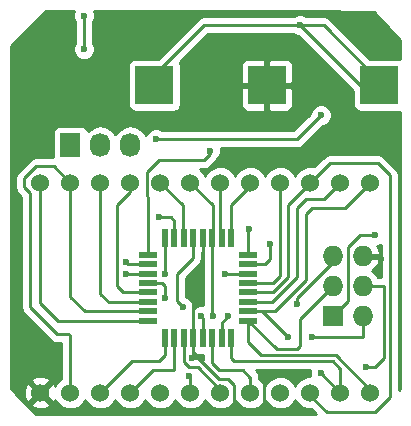
<source format=gbl>
G04 #@! TF.FileFunction,Copper,L2,Bot,Signal*
%FSLAX46Y46*%
G04 Gerber Fmt 4.6, Leading zero omitted, Abs format (unit mm)*
G04 Created by KiCad (PCBNEW 4.0.1-3.201512221402+6198~38~ubuntu14.04.1-stable) date Sun 07 Feb 2016 23:01:24 GMT*
%MOMM*%
G01*
G04 APERTURE LIST*
%ADD10C,0.100000*%
%ADD11R,0.550000X1.600000*%
%ADD12R,1.600000X0.550000*%
%ADD13R,1.727200X2.032000*%
%ADD14O,1.727200X2.032000*%
%ADD15C,1.524000*%
%ADD16R,3.200000X3.200000*%
%ADD17R,1.727200X1.727200*%
%ADD18O,1.727200X1.727200*%
%ADD19C,0.600000*%
%ADD20C,0.250000*%
%ADD21C,0.254000*%
G04 APERTURE END LIST*
D10*
D11*
X172460000Y-129735000D03*
X173260000Y-129735000D03*
X174060000Y-129735000D03*
X174860000Y-129735000D03*
X175660000Y-129735000D03*
X176460000Y-129735000D03*
X177260000Y-129735000D03*
X178060000Y-129735000D03*
D12*
X179510000Y-131185000D03*
X179510000Y-131985000D03*
X179510000Y-132785000D03*
X179510000Y-133585000D03*
X179510000Y-134385000D03*
X179510000Y-135185000D03*
X179510000Y-135985000D03*
X179510000Y-136785000D03*
D11*
X178060000Y-138235000D03*
X177260000Y-138235000D03*
X176460000Y-138235000D03*
X175660000Y-138235000D03*
X174860000Y-138235000D03*
X174060000Y-138235000D03*
X173260000Y-138235000D03*
X172460000Y-138235000D03*
D12*
X171010000Y-136785000D03*
X171010000Y-135985000D03*
X171010000Y-135185000D03*
X171010000Y-134385000D03*
X171010000Y-133585000D03*
X171010000Y-132785000D03*
X171010000Y-131985000D03*
X171010000Y-131185000D03*
D13*
X164465000Y-121920000D03*
D14*
X167005000Y-121920000D03*
X169545000Y-121920000D03*
D15*
X164465000Y-125095000D03*
X161925000Y-125095000D03*
X167005000Y-125095000D03*
X174625000Y-125095000D03*
X169545000Y-125095000D03*
X172085000Y-125095000D03*
X187325000Y-125095000D03*
X184785000Y-125095000D03*
X189865000Y-125095000D03*
X182245000Y-125095000D03*
X177165000Y-125095000D03*
X179705000Y-125095000D03*
X179705000Y-142875000D03*
X177165000Y-142875000D03*
X182245000Y-142875000D03*
X189865000Y-142875000D03*
X184785000Y-142875000D03*
X187325000Y-142875000D03*
X172085000Y-142875000D03*
X169545000Y-142875000D03*
X174625000Y-142875000D03*
X167005000Y-142875000D03*
X161925000Y-142875000D03*
X164465000Y-142875000D03*
D16*
X190627000Y-116840000D03*
X171577000Y-116840000D03*
X181102000Y-116840000D03*
D17*
X186690000Y-136398000D03*
D18*
X189230000Y-136398000D03*
X186690000Y-133858000D03*
X189230000Y-133858000D03*
X186690000Y-131318000D03*
X189230000Y-131318000D03*
D19*
X172466000Y-132842000D03*
X171958000Y-128016000D03*
X177800000Y-136398000D03*
X173990000Y-135636000D03*
X190246000Y-129540000D03*
X190754000Y-131572000D03*
X180848000Y-141224000D03*
X161798000Y-139954000D03*
X174752000Y-139954000D03*
X174498000Y-141478000D03*
X176530000Y-136398000D03*
X179578000Y-129032000D03*
X181356000Y-130302000D03*
X171704000Y-121412000D03*
X185674000Y-119380000D03*
X177546000Y-132842000D03*
X182880000Y-138176000D03*
X184912000Y-138176000D03*
X185674000Y-141224000D03*
X189484000Y-140716000D03*
X175514000Y-136398000D03*
X165608000Y-110998000D03*
X165608000Y-113792000D03*
X183642000Y-135382000D03*
X172466000Y-134874000D03*
X169164000Y-132842000D03*
X169164000Y-131826000D03*
X176276000Y-122428000D03*
X183896000Y-111760000D03*
D20*
X172466000Y-132842000D02*
X172460000Y-132836000D01*
X172460000Y-132836000D02*
X172460000Y-129735000D01*
X173260000Y-128302000D02*
X173260000Y-129735000D01*
X172974000Y-128016000D02*
X173260000Y-128302000D01*
X171958000Y-128016000D02*
X172974000Y-128016000D01*
X172085000Y-125095000D02*
X173990000Y-127000000D01*
X173990000Y-127000000D02*
X173990000Y-129665000D01*
X173990000Y-129665000D02*
X174060000Y-129735000D01*
X177260000Y-136938000D02*
X177800000Y-136398000D01*
X177260000Y-138235000D02*
X177260000Y-136938000D01*
X174860000Y-131464000D02*
X174860000Y-129735000D01*
X173482000Y-132842000D02*
X174860000Y-131464000D01*
X173482000Y-135128000D02*
X173482000Y-132842000D01*
X173990000Y-135636000D02*
X173482000Y-135128000D01*
X186690000Y-136398000D02*
X187960000Y-135128000D01*
X188976000Y-129540000D02*
X190246000Y-129540000D01*
X187960000Y-130556000D02*
X188976000Y-129540000D01*
X187960000Y-135128000D02*
X187960000Y-130556000D01*
X174860000Y-138235000D02*
X174860000Y-139554000D01*
X190500000Y-131318000D02*
X189230000Y-131318000D01*
X190754000Y-131572000D02*
X190500000Y-131318000D01*
X180848000Y-143764000D02*
X180848000Y-141224000D01*
X180340000Y-144272000D02*
X180848000Y-143764000D01*
X179070000Y-144272000D02*
X180340000Y-144272000D01*
X178308000Y-143510000D02*
X179070000Y-144272000D01*
X178308000Y-142240000D02*
X178308000Y-143510000D01*
X177800000Y-141732000D02*
X178308000Y-142240000D01*
X177038000Y-141732000D02*
X177800000Y-141732000D01*
X174860000Y-139554000D02*
X177038000Y-141732000D01*
X174860000Y-138235000D02*
X174860000Y-139846000D01*
X174860000Y-139846000D02*
X174752000Y-139954000D01*
X174860000Y-138235000D02*
X174860000Y-133750000D01*
X175660000Y-132950000D02*
X175660000Y-129735000D01*
X174860000Y-133750000D02*
X175660000Y-132950000D01*
X176460000Y-129735000D02*
X176460000Y-136328000D01*
X174625000Y-141605000D02*
X174625000Y-142875000D01*
X174498000Y-141478000D02*
X174625000Y-141605000D01*
X176460000Y-136328000D02*
X176530000Y-136398000D01*
X174625000Y-125095000D02*
X176530000Y-127000000D01*
X176530000Y-127000000D02*
X176530000Y-129665000D01*
X176530000Y-129665000D02*
X176460000Y-129735000D01*
X177165000Y-125095000D02*
X177165000Y-129640000D01*
X177165000Y-129640000D02*
X177260000Y-129735000D01*
X179705000Y-125095000D02*
X179705000Y-125349000D01*
X179705000Y-125349000D02*
X178060000Y-126994000D01*
X178060000Y-126994000D02*
X178060000Y-129735000D01*
X179510000Y-129100000D02*
X179510000Y-131185000D01*
X179578000Y-129032000D02*
X179510000Y-129100000D01*
X180943000Y-131985000D02*
X179510000Y-131985000D01*
X181356000Y-131572000D02*
X180943000Y-131985000D01*
X181356000Y-130302000D02*
X181356000Y-131572000D01*
X183642000Y-121412000D02*
X171704000Y-121412000D01*
X185674000Y-119380000D02*
X183642000Y-121412000D01*
X177603000Y-132785000D02*
X179510000Y-132785000D01*
X177546000Y-132842000D02*
X177603000Y-132785000D01*
X182245000Y-125095000D02*
X182245000Y-132969000D01*
X181629000Y-133585000D02*
X179510000Y-133585000D01*
X182245000Y-132969000D02*
X181629000Y-133585000D01*
X179510000Y-134385000D02*
X181591000Y-134385000D01*
X182880000Y-127000000D02*
X184785000Y-125095000D01*
X182880000Y-133096000D02*
X182880000Y-127000000D01*
X181591000Y-134385000D02*
X182880000Y-133096000D01*
X184785000Y-142875000D02*
X184785000Y-143129000D01*
X184785000Y-143129000D02*
X186182000Y-144526000D01*
X186182000Y-144526000D02*
X190246000Y-144526000D01*
X190246000Y-144526000D02*
X191516000Y-143256000D01*
X191516000Y-143256000D02*
X191516000Y-124460000D01*
X191516000Y-124460000D02*
X190500000Y-123444000D01*
X190500000Y-123444000D02*
X186436000Y-123444000D01*
X186436000Y-123444000D02*
X184785000Y-125095000D01*
X179510000Y-135185000D02*
X181553000Y-135185000D01*
X185928000Y-126492000D02*
X187325000Y-125095000D01*
X184404000Y-126492000D02*
X185928000Y-126492000D01*
X183642000Y-127254000D02*
X184404000Y-126492000D01*
X183642000Y-133096000D02*
X183642000Y-127254000D01*
X181553000Y-135185000D02*
X183642000Y-133096000D01*
X189230000Y-136398000D02*
X189230000Y-138176000D01*
X180689000Y-135985000D02*
X179510000Y-135985000D01*
X182880000Y-138176000D02*
X180689000Y-135985000D01*
X189230000Y-138176000D02*
X184912000Y-138176000D01*
X179510000Y-135985000D02*
X181769000Y-135985000D01*
X187706000Y-127254000D02*
X189865000Y-125095000D01*
X184912000Y-127254000D02*
X187706000Y-127254000D01*
X184404000Y-127762000D02*
X184912000Y-127254000D01*
X184404000Y-133350000D02*
X184404000Y-127762000D01*
X181769000Y-135985000D02*
X184404000Y-133350000D01*
X186690000Y-133858000D02*
X183896000Y-136652000D01*
X181917000Y-139192000D02*
X179510000Y-136785000D01*
X183642000Y-139192000D02*
X181917000Y-139192000D01*
X183896000Y-138938000D02*
X183642000Y-139192000D01*
X183896000Y-136652000D02*
X183896000Y-138938000D01*
X189865000Y-142875000D02*
X189865000Y-142621000D01*
X189865000Y-142621000D02*
X186944000Y-139700000D01*
X186944000Y-139700000D02*
X180594000Y-139700000D01*
X180594000Y-139700000D02*
X179510000Y-138616000D01*
X179510000Y-138616000D02*
X179510000Y-136785000D01*
X189230000Y-133858000D02*
X191008000Y-133858000D01*
X185674000Y-141224000D02*
X187325000Y-142875000D01*
X190246000Y-140716000D02*
X189484000Y-140716000D01*
X191008000Y-139954000D02*
X190246000Y-140716000D01*
X191008000Y-133858000D02*
X191008000Y-139954000D01*
X187325000Y-142875000D02*
X187325000Y-140843000D01*
X178060000Y-139960000D02*
X178060000Y-138235000D01*
X178308000Y-140208000D02*
X178060000Y-139960000D01*
X186690000Y-140208000D02*
X178308000Y-140208000D01*
X187325000Y-140843000D02*
X186690000Y-140208000D01*
X179705000Y-142875000D02*
X179705000Y-141605000D01*
X176460000Y-140392000D02*
X176460000Y-138235000D01*
X177038000Y-140970000D02*
X176460000Y-140392000D01*
X179070000Y-140970000D02*
X177038000Y-140970000D01*
X179705000Y-141605000D02*
X179070000Y-140970000D01*
X175660000Y-136544000D02*
X175660000Y-138235000D01*
X175514000Y-136398000D02*
X175660000Y-136544000D01*
X165608000Y-113792000D02*
X165608000Y-110998000D01*
X177165000Y-142875000D02*
X177165000Y-142621000D01*
X177165000Y-142621000D02*
X175260000Y-140716000D01*
X175260000Y-140716000D02*
X174498000Y-140716000D01*
X174498000Y-140716000D02*
X174060000Y-140278000D01*
X174060000Y-140278000D02*
X174060000Y-138235000D01*
X169545000Y-142875000D02*
X171450000Y-140970000D01*
X173260000Y-140938000D02*
X173260000Y-138235000D01*
X173228000Y-140970000D02*
X173260000Y-140938000D01*
X171450000Y-140970000D02*
X173228000Y-140970000D01*
X167005000Y-142875000D02*
X169164000Y-140716000D01*
X172466000Y-139700000D02*
X172466000Y-138241000D01*
X171958000Y-140208000D02*
X172466000Y-139700000D01*
X169672000Y-140208000D02*
X171958000Y-140208000D01*
X169164000Y-140716000D02*
X169672000Y-140208000D01*
X172466000Y-138241000D02*
X172460000Y-138235000D01*
X161925000Y-125095000D02*
X161925000Y-135255000D01*
X163455000Y-136785000D02*
X171010000Y-136785000D01*
X161925000Y-135255000D02*
X163455000Y-136785000D01*
X164465000Y-142875000D02*
X164465000Y-138049000D01*
X163068000Y-123698000D02*
X164465000Y-125095000D01*
X161544000Y-123698000D02*
X163068000Y-123698000D01*
X160528000Y-124714000D02*
X161544000Y-123698000D01*
X160528000Y-125476000D02*
X160528000Y-124714000D01*
X161036000Y-125984000D02*
X160528000Y-125476000D01*
X161036000Y-135636000D02*
X161036000Y-125984000D01*
X163322000Y-137922000D02*
X161036000Y-135636000D01*
X164338000Y-137922000D02*
X163322000Y-137922000D01*
X164465000Y-138049000D02*
X164338000Y-137922000D01*
X164465000Y-125095000D02*
X164465000Y-134747000D01*
X165703000Y-135985000D02*
X171010000Y-135985000D01*
X164465000Y-134747000D02*
X165703000Y-135985000D01*
X167005000Y-125095000D02*
X167005000Y-134493000D01*
X167697000Y-135185000D02*
X171010000Y-135185000D01*
X167005000Y-134493000D02*
X167697000Y-135185000D01*
X169545000Y-125095000D02*
X169545000Y-125857000D01*
X169545000Y-125857000D02*
X168402000Y-127000000D01*
X168402000Y-127000000D02*
X168402000Y-133858000D01*
X168402000Y-133858000D02*
X168929000Y-134385000D01*
X168929000Y-134385000D02*
X171010000Y-134385000D01*
X186690000Y-131318000D02*
X186690000Y-131826000D01*
X186690000Y-131826000D02*
X183642000Y-134874000D01*
X183642000Y-134874000D02*
X183642000Y-135382000D01*
X172466000Y-134874000D02*
X172466000Y-133858000D01*
X172466000Y-133858000D02*
X172193000Y-133585000D01*
X172193000Y-133585000D02*
X171010000Y-133585000D01*
X171010000Y-132785000D02*
X169221000Y-132785000D01*
X169221000Y-132785000D02*
X169164000Y-132842000D01*
X171010000Y-131985000D02*
X169323000Y-131985000D01*
X169323000Y-131985000D02*
X169164000Y-131826000D01*
X171010000Y-131185000D02*
X171010000Y-126306000D01*
X176276000Y-122682000D02*
X176276000Y-122428000D01*
X175768000Y-123190000D02*
X176276000Y-122682000D01*
X171958000Y-123190000D02*
X175768000Y-123190000D01*
X170942000Y-124206000D02*
X171958000Y-123190000D01*
X170942000Y-126238000D02*
X170942000Y-124206000D01*
X171010000Y-126306000D02*
X170942000Y-126238000D01*
X190627000Y-116840000D02*
X190627000Y-116459000D01*
X190627000Y-116459000D02*
X185928000Y-111760000D01*
X175768000Y-111760000D02*
X171577000Y-115951000D01*
X185928000Y-111760000D02*
X175768000Y-111760000D01*
X171577000Y-115951000D02*
X171577000Y-116840000D01*
X190627000Y-116840000D02*
X188976000Y-116840000D01*
X188976000Y-116840000D02*
X183896000Y-111760000D01*
X171577000Y-116840000D02*
X171577000Y-116713000D01*
D21*
G36*
X164673162Y-110811201D02*
X164672838Y-111183167D01*
X164814883Y-111526943D01*
X164848000Y-111560118D01*
X164848000Y-113229537D01*
X164815808Y-113261673D01*
X164673162Y-113605201D01*
X164672838Y-113977167D01*
X164814883Y-114320943D01*
X165077673Y-114584192D01*
X165421201Y-114726838D01*
X165793167Y-114727162D01*
X166136943Y-114585117D01*
X166400192Y-114322327D01*
X166542838Y-113978799D01*
X166543162Y-113606833D01*
X166401117Y-113263057D01*
X166368000Y-113229882D01*
X166368000Y-111560463D01*
X166400192Y-111528327D01*
X166542838Y-111184799D01*
X166543162Y-110812833D01*
X166440760Y-110565000D01*
X184577334Y-110565000D01*
X190188973Y-110616483D01*
X192330000Y-112995402D01*
X192330000Y-114613418D01*
X192227000Y-114592560D01*
X189835362Y-114592560D01*
X186465401Y-111222599D01*
X186218839Y-111057852D01*
X185928000Y-111000000D01*
X184458463Y-111000000D01*
X184426327Y-110967808D01*
X184082799Y-110825162D01*
X183710833Y-110824838D01*
X183367057Y-110966883D01*
X183333882Y-111000000D01*
X175768000Y-111000000D01*
X175477161Y-111057852D01*
X175230599Y-111222599D01*
X171860638Y-114592560D01*
X169977000Y-114592560D01*
X169741683Y-114636838D01*
X169525559Y-114775910D01*
X169380569Y-114988110D01*
X169329560Y-115240000D01*
X169329560Y-118440000D01*
X169373838Y-118675317D01*
X169512910Y-118891441D01*
X169725110Y-119036431D01*
X169977000Y-119087440D01*
X173177000Y-119087440D01*
X173412317Y-119043162D01*
X173628441Y-118904090D01*
X173773431Y-118691890D01*
X173824440Y-118440000D01*
X173824440Y-117125750D01*
X178867000Y-117125750D01*
X178867000Y-118566310D01*
X178963673Y-118799699D01*
X179142302Y-118978327D01*
X179375691Y-119075000D01*
X180816250Y-119075000D01*
X180975000Y-118916250D01*
X180975000Y-116967000D01*
X181229000Y-116967000D01*
X181229000Y-118916250D01*
X181387750Y-119075000D01*
X182828309Y-119075000D01*
X183061698Y-118978327D01*
X183240327Y-118799699D01*
X183337000Y-118566310D01*
X183337000Y-117125750D01*
X183178250Y-116967000D01*
X181229000Y-116967000D01*
X180975000Y-116967000D01*
X179025750Y-116967000D01*
X178867000Y-117125750D01*
X173824440Y-117125750D01*
X173824440Y-115240000D01*
X173800674Y-115113690D01*
X178867000Y-115113690D01*
X178867000Y-116554250D01*
X179025750Y-116713000D01*
X180975000Y-116713000D01*
X180975000Y-114763750D01*
X181229000Y-114763750D01*
X181229000Y-116713000D01*
X183178250Y-116713000D01*
X183337000Y-116554250D01*
X183337000Y-115113690D01*
X183240327Y-114880301D01*
X183061698Y-114701673D01*
X182828309Y-114605000D01*
X181387750Y-114605000D01*
X181229000Y-114763750D01*
X180975000Y-114763750D01*
X180816250Y-114605000D01*
X179375691Y-114605000D01*
X179142302Y-114701673D01*
X178963673Y-114880301D01*
X178867000Y-115113690D01*
X173800674Y-115113690D01*
X173780162Y-115004683D01*
X173708886Y-114893916D01*
X176082802Y-112520000D01*
X183333537Y-112520000D01*
X183365673Y-112552192D01*
X183709201Y-112694838D01*
X183756077Y-112694879D01*
X188379560Y-117318362D01*
X188379560Y-118440000D01*
X188423838Y-118675317D01*
X188562910Y-118891441D01*
X188775110Y-119036431D01*
X189027000Y-119087440D01*
X192227000Y-119087440D01*
X192330000Y-119068059D01*
X192330000Y-142580909D01*
X192276000Y-142634909D01*
X192276000Y-124460000D01*
X192218148Y-124169161D01*
X192053401Y-123922599D01*
X191037401Y-122906599D01*
X190790839Y-122741852D01*
X190500000Y-122684000D01*
X186436000Y-122684000D01*
X186145161Y-122741852D01*
X185898599Y-122906599D01*
X185094381Y-123710817D01*
X185064100Y-123698243D01*
X184508339Y-123697758D01*
X183994697Y-123909990D01*
X183601371Y-124302630D01*
X183515051Y-124510512D01*
X183430010Y-124304697D01*
X183037370Y-123911371D01*
X182524100Y-123698243D01*
X181968339Y-123697758D01*
X181454697Y-123909990D01*
X181061371Y-124302630D01*
X180975051Y-124510512D01*
X180890010Y-124304697D01*
X180497370Y-123911371D01*
X179984100Y-123698243D01*
X179428339Y-123697758D01*
X178914697Y-123909990D01*
X178521371Y-124302630D01*
X178435051Y-124510512D01*
X178350010Y-124304697D01*
X177957370Y-123911371D01*
X177444100Y-123698243D01*
X176888339Y-123697758D01*
X176374697Y-123909990D01*
X175981371Y-124302630D01*
X175895051Y-124510512D01*
X175810010Y-124304697D01*
X175455932Y-123950000D01*
X175768000Y-123950000D01*
X176058839Y-123892148D01*
X176305401Y-123727401D01*
X176813401Y-123219401D01*
X176826900Y-123199198D01*
X177068192Y-122958327D01*
X177210838Y-122614799D01*
X177211162Y-122242833D01*
X177181894Y-122172000D01*
X183642000Y-122172000D01*
X183932839Y-122114148D01*
X184179401Y-121949401D01*
X185813680Y-120315122D01*
X185859167Y-120315162D01*
X186202943Y-120173117D01*
X186466192Y-119910327D01*
X186608838Y-119566799D01*
X186609162Y-119194833D01*
X186467117Y-118851057D01*
X186204327Y-118587808D01*
X185860799Y-118445162D01*
X185488833Y-118444838D01*
X185145057Y-118586883D01*
X184881808Y-118849673D01*
X184739162Y-119193201D01*
X184739121Y-119240077D01*
X183327198Y-120652000D01*
X172266463Y-120652000D01*
X172234327Y-120619808D01*
X171890799Y-120477162D01*
X171518833Y-120476838D01*
X171175057Y-120618883D01*
X170911808Y-120881673D01*
X170846869Y-121038062D01*
X170604670Y-120675585D01*
X170118489Y-120350729D01*
X169545000Y-120236655D01*
X168971511Y-120350729D01*
X168485330Y-120675585D01*
X168275000Y-120990366D01*
X168064670Y-120675585D01*
X167578489Y-120350729D01*
X167005000Y-120236655D01*
X166431511Y-120350729D01*
X165945330Y-120675585D01*
X165935757Y-120689913D01*
X165931762Y-120668683D01*
X165792690Y-120452559D01*
X165580490Y-120307569D01*
X165328600Y-120256560D01*
X163601400Y-120256560D01*
X163366083Y-120300838D01*
X163149959Y-120439910D01*
X163004969Y-120652110D01*
X162953960Y-120904000D01*
X162953960Y-122936000D01*
X162954336Y-122938000D01*
X161544000Y-122938000D01*
X161253161Y-122995852D01*
X161006599Y-123160599D01*
X159990599Y-124176599D01*
X159825852Y-124423161D01*
X159768000Y-124714000D01*
X159768000Y-125476000D01*
X159825852Y-125766839D01*
X159990599Y-126013401D01*
X160276000Y-126298802D01*
X160276000Y-135636000D01*
X160333852Y-135926839D01*
X160498599Y-136173401D01*
X162784599Y-138459401D01*
X163031160Y-138624148D01*
X163322000Y-138682000D01*
X163705000Y-138682000D01*
X163705000Y-141677469D01*
X163674697Y-141689990D01*
X163281371Y-142082630D01*
X163201605Y-142274727D01*
X163147397Y-142143857D01*
X162905213Y-142074392D01*
X162104605Y-142875000D01*
X162905213Y-143675608D01*
X163147397Y-143606143D01*
X163197509Y-143465682D01*
X163279990Y-143665303D01*
X163672630Y-144058629D01*
X164185900Y-144271757D01*
X164741661Y-144272242D01*
X165255303Y-144060010D01*
X165648629Y-143667370D01*
X165734949Y-143459488D01*
X165819990Y-143665303D01*
X166212630Y-144058629D01*
X166725900Y-144271757D01*
X167281661Y-144272242D01*
X167795303Y-144060010D01*
X168188629Y-143667370D01*
X168274949Y-143459488D01*
X168359990Y-143665303D01*
X168752630Y-144058629D01*
X169265900Y-144271757D01*
X169821661Y-144272242D01*
X170335303Y-144060010D01*
X170728629Y-143667370D01*
X170814949Y-143459488D01*
X170899990Y-143665303D01*
X171292630Y-144058629D01*
X171805900Y-144271757D01*
X172361661Y-144272242D01*
X172875303Y-144060010D01*
X173268629Y-143667370D01*
X173354949Y-143459488D01*
X173439990Y-143665303D01*
X173832630Y-144058629D01*
X174345900Y-144271757D01*
X174901661Y-144272242D01*
X175415303Y-144060010D01*
X175808629Y-143667370D01*
X175894949Y-143459488D01*
X175979990Y-143665303D01*
X176372630Y-144058629D01*
X176885900Y-144271757D01*
X177441661Y-144272242D01*
X177955303Y-144060010D01*
X178348629Y-143667370D01*
X178434949Y-143459488D01*
X178519990Y-143665303D01*
X178912630Y-144058629D01*
X179425900Y-144271757D01*
X179981661Y-144272242D01*
X180495303Y-144060010D01*
X180888629Y-143667370D01*
X180974949Y-143459488D01*
X181059990Y-143665303D01*
X181452630Y-144058629D01*
X181965900Y-144271757D01*
X182521661Y-144272242D01*
X183035303Y-144060010D01*
X183428629Y-143667370D01*
X183514949Y-143459488D01*
X183599990Y-143665303D01*
X183992630Y-144058629D01*
X184505900Y-144271757D01*
X184853258Y-144272060D01*
X185286198Y-144705000D01*
X167270550Y-144705000D01*
X161534210Y-144655119D01*
X160734305Y-143855213D01*
X161124392Y-143855213D01*
X161193857Y-144097397D01*
X161717302Y-144284144D01*
X162272368Y-144256362D01*
X162656143Y-144097397D01*
X162725608Y-143855213D01*
X161925000Y-143054605D01*
X161124392Y-143855213D01*
X160734305Y-143855213D01*
X159866545Y-142987453D01*
X159581967Y-142667302D01*
X160515856Y-142667302D01*
X160543638Y-143222368D01*
X160702603Y-143606143D01*
X160944787Y-143675608D01*
X161745395Y-142875000D01*
X160944787Y-142074392D01*
X160702603Y-142143857D01*
X160515856Y-142667302D01*
X159581967Y-142667302D01*
X159460000Y-142530090D01*
X159460000Y-141894787D01*
X161124392Y-141894787D01*
X161925000Y-142695395D01*
X162725608Y-141894787D01*
X162656143Y-141652603D01*
X162132698Y-141465856D01*
X161577632Y-141493638D01*
X161193857Y-141652603D01*
X161124392Y-141894787D01*
X159460000Y-141894787D01*
X159460000Y-113515606D01*
X162410606Y-110565000D01*
X164775394Y-110565000D01*
X164673162Y-110811201D01*
X164673162Y-110811201D01*
G37*
X164673162Y-110811201D02*
X164672838Y-111183167D01*
X164814883Y-111526943D01*
X164848000Y-111560118D01*
X164848000Y-113229537D01*
X164815808Y-113261673D01*
X164673162Y-113605201D01*
X164672838Y-113977167D01*
X164814883Y-114320943D01*
X165077673Y-114584192D01*
X165421201Y-114726838D01*
X165793167Y-114727162D01*
X166136943Y-114585117D01*
X166400192Y-114322327D01*
X166542838Y-113978799D01*
X166543162Y-113606833D01*
X166401117Y-113263057D01*
X166368000Y-113229882D01*
X166368000Y-111560463D01*
X166400192Y-111528327D01*
X166542838Y-111184799D01*
X166543162Y-110812833D01*
X166440760Y-110565000D01*
X184577334Y-110565000D01*
X190188973Y-110616483D01*
X192330000Y-112995402D01*
X192330000Y-114613418D01*
X192227000Y-114592560D01*
X189835362Y-114592560D01*
X186465401Y-111222599D01*
X186218839Y-111057852D01*
X185928000Y-111000000D01*
X184458463Y-111000000D01*
X184426327Y-110967808D01*
X184082799Y-110825162D01*
X183710833Y-110824838D01*
X183367057Y-110966883D01*
X183333882Y-111000000D01*
X175768000Y-111000000D01*
X175477161Y-111057852D01*
X175230599Y-111222599D01*
X171860638Y-114592560D01*
X169977000Y-114592560D01*
X169741683Y-114636838D01*
X169525559Y-114775910D01*
X169380569Y-114988110D01*
X169329560Y-115240000D01*
X169329560Y-118440000D01*
X169373838Y-118675317D01*
X169512910Y-118891441D01*
X169725110Y-119036431D01*
X169977000Y-119087440D01*
X173177000Y-119087440D01*
X173412317Y-119043162D01*
X173628441Y-118904090D01*
X173773431Y-118691890D01*
X173824440Y-118440000D01*
X173824440Y-117125750D01*
X178867000Y-117125750D01*
X178867000Y-118566310D01*
X178963673Y-118799699D01*
X179142302Y-118978327D01*
X179375691Y-119075000D01*
X180816250Y-119075000D01*
X180975000Y-118916250D01*
X180975000Y-116967000D01*
X181229000Y-116967000D01*
X181229000Y-118916250D01*
X181387750Y-119075000D01*
X182828309Y-119075000D01*
X183061698Y-118978327D01*
X183240327Y-118799699D01*
X183337000Y-118566310D01*
X183337000Y-117125750D01*
X183178250Y-116967000D01*
X181229000Y-116967000D01*
X180975000Y-116967000D01*
X179025750Y-116967000D01*
X178867000Y-117125750D01*
X173824440Y-117125750D01*
X173824440Y-115240000D01*
X173800674Y-115113690D01*
X178867000Y-115113690D01*
X178867000Y-116554250D01*
X179025750Y-116713000D01*
X180975000Y-116713000D01*
X180975000Y-114763750D01*
X181229000Y-114763750D01*
X181229000Y-116713000D01*
X183178250Y-116713000D01*
X183337000Y-116554250D01*
X183337000Y-115113690D01*
X183240327Y-114880301D01*
X183061698Y-114701673D01*
X182828309Y-114605000D01*
X181387750Y-114605000D01*
X181229000Y-114763750D01*
X180975000Y-114763750D01*
X180816250Y-114605000D01*
X179375691Y-114605000D01*
X179142302Y-114701673D01*
X178963673Y-114880301D01*
X178867000Y-115113690D01*
X173800674Y-115113690D01*
X173780162Y-115004683D01*
X173708886Y-114893916D01*
X176082802Y-112520000D01*
X183333537Y-112520000D01*
X183365673Y-112552192D01*
X183709201Y-112694838D01*
X183756077Y-112694879D01*
X188379560Y-117318362D01*
X188379560Y-118440000D01*
X188423838Y-118675317D01*
X188562910Y-118891441D01*
X188775110Y-119036431D01*
X189027000Y-119087440D01*
X192227000Y-119087440D01*
X192330000Y-119068059D01*
X192330000Y-142580909D01*
X192276000Y-142634909D01*
X192276000Y-124460000D01*
X192218148Y-124169161D01*
X192053401Y-123922599D01*
X191037401Y-122906599D01*
X190790839Y-122741852D01*
X190500000Y-122684000D01*
X186436000Y-122684000D01*
X186145161Y-122741852D01*
X185898599Y-122906599D01*
X185094381Y-123710817D01*
X185064100Y-123698243D01*
X184508339Y-123697758D01*
X183994697Y-123909990D01*
X183601371Y-124302630D01*
X183515051Y-124510512D01*
X183430010Y-124304697D01*
X183037370Y-123911371D01*
X182524100Y-123698243D01*
X181968339Y-123697758D01*
X181454697Y-123909990D01*
X181061371Y-124302630D01*
X180975051Y-124510512D01*
X180890010Y-124304697D01*
X180497370Y-123911371D01*
X179984100Y-123698243D01*
X179428339Y-123697758D01*
X178914697Y-123909990D01*
X178521371Y-124302630D01*
X178435051Y-124510512D01*
X178350010Y-124304697D01*
X177957370Y-123911371D01*
X177444100Y-123698243D01*
X176888339Y-123697758D01*
X176374697Y-123909990D01*
X175981371Y-124302630D01*
X175895051Y-124510512D01*
X175810010Y-124304697D01*
X175455932Y-123950000D01*
X175768000Y-123950000D01*
X176058839Y-123892148D01*
X176305401Y-123727401D01*
X176813401Y-123219401D01*
X176826900Y-123199198D01*
X177068192Y-122958327D01*
X177210838Y-122614799D01*
X177211162Y-122242833D01*
X177181894Y-122172000D01*
X183642000Y-122172000D01*
X183932839Y-122114148D01*
X184179401Y-121949401D01*
X185813680Y-120315122D01*
X185859167Y-120315162D01*
X186202943Y-120173117D01*
X186466192Y-119910327D01*
X186608838Y-119566799D01*
X186609162Y-119194833D01*
X186467117Y-118851057D01*
X186204327Y-118587808D01*
X185860799Y-118445162D01*
X185488833Y-118444838D01*
X185145057Y-118586883D01*
X184881808Y-118849673D01*
X184739162Y-119193201D01*
X184739121Y-119240077D01*
X183327198Y-120652000D01*
X172266463Y-120652000D01*
X172234327Y-120619808D01*
X171890799Y-120477162D01*
X171518833Y-120476838D01*
X171175057Y-120618883D01*
X170911808Y-120881673D01*
X170846869Y-121038062D01*
X170604670Y-120675585D01*
X170118489Y-120350729D01*
X169545000Y-120236655D01*
X168971511Y-120350729D01*
X168485330Y-120675585D01*
X168275000Y-120990366D01*
X168064670Y-120675585D01*
X167578489Y-120350729D01*
X167005000Y-120236655D01*
X166431511Y-120350729D01*
X165945330Y-120675585D01*
X165935757Y-120689913D01*
X165931762Y-120668683D01*
X165792690Y-120452559D01*
X165580490Y-120307569D01*
X165328600Y-120256560D01*
X163601400Y-120256560D01*
X163366083Y-120300838D01*
X163149959Y-120439910D01*
X163004969Y-120652110D01*
X162953960Y-120904000D01*
X162953960Y-122936000D01*
X162954336Y-122938000D01*
X161544000Y-122938000D01*
X161253161Y-122995852D01*
X161006599Y-123160599D01*
X159990599Y-124176599D01*
X159825852Y-124423161D01*
X159768000Y-124714000D01*
X159768000Y-125476000D01*
X159825852Y-125766839D01*
X159990599Y-126013401D01*
X160276000Y-126298802D01*
X160276000Y-135636000D01*
X160333852Y-135926839D01*
X160498599Y-136173401D01*
X162784599Y-138459401D01*
X163031160Y-138624148D01*
X163322000Y-138682000D01*
X163705000Y-138682000D01*
X163705000Y-141677469D01*
X163674697Y-141689990D01*
X163281371Y-142082630D01*
X163201605Y-142274727D01*
X163147397Y-142143857D01*
X162905213Y-142074392D01*
X162104605Y-142875000D01*
X162905213Y-143675608D01*
X163147397Y-143606143D01*
X163197509Y-143465682D01*
X163279990Y-143665303D01*
X163672630Y-144058629D01*
X164185900Y-144271757D01*
X164741661Y-144272242D01*
X165255303Y-144060010D01*
X165648629Y-143667370D01*
X165734949Y-143459488D01*
X165819990Y-143665303D01*
X166212630Y-144058629D01*
X166725900Y-144271757D01*
X167281661Y-144272242D01*
X167795303Y-144060010D01*
X168188629Y-143667370D01*
X168274949Y-143459488D01*
X168359990Y-143665303D01*
X168752630Y-144058629D01*
X169265900Y-144271757D01*
X169821661Y-144272242D01*
X170335303Y-144060010D01*
X170728629Y-143667370D01*
X170814949Y-143459488D01*
X170899990Y-143665303D01*
X171292630Y-144058629D01*
X171805900Y-144271757D01*
X172361661Y-144272242D01*
X172875303Y-144060010D01*
X173268629Y-143667370D01*
X173354949Y-143459488D01*
X173439990Y-143665303D01*
X173832630Y-144058629D01*
X174345900Y-144271757D01*
X174901661Y-144272242D01*
X175415303Y-144060010D01*
X175808629Y-143667370D01*
X175894949Y-143459488D01*
X175979990Y-143665303D01*
X176372630Y-144058629D01*
X176885900Y-144271757D01*
X177441661Y-144272242D01*
X177955303Y-144060010D01*
X178348629Y-143667370D01*
X178434949Y-143459488D01*
X178519990Y-143665303D01*
X178912630Y-144058629D01*
X179425900Y-144271757D01*
X179981661Y-144272242D01*
X180495303Y-144060010D01*
X180888629Y-143667370D01*
X180974949Y-143459488D01*
X181059990Y-143665303D01*
X181452630Y-144058629D01*
X181965900Y-144271757D01*
X182521661Y-144272242D01*
X183035303Y-144060010D01*
X183428629Y-143667370D01*
X183514949Y-143459488D01*
X183599990Y-143665303D01*
X183992630Y-144058629D01*
X184505900Y-144271757D01*
X184853258Y-144272060D01*
X185286198Y-144705000D01*
X167270550Y-144705000D01*
X161534210Y-144655119D01*
X160734305Y-143855213D01*
X161124392Y-143855213D01*
X161193857Y-144097397D01*
X161717302Y-144284144D01*
X162272368Y-144256362D01*
X162656143Y-144097397D01*
X162725608Y-143855213D01*
X161925000Y-143054605D01*
X161124392Y-143855213D01*
X160734305Y-143855213D01*
X159866545Y-142987453D01*
X159581967Y-142667302D01*
X160515856Y-142667302D01*
X160543638Y-143222368D01*
X160702603Y-143606143D01*
X160944787Y-143675608D01*
X161745395Y-142875000D01*
X160944787Y-142074392D01*
X160702603Y-142143857D01*
X160515856Y-142667302D01*
X159581967Y-142667302D01*
X159460000Y-142530090D01*
X159460000Y-141894787D01*
X161124392Y-141894787D01*
X161925000Y-142695395D01*
X162725608Y-141894787D01*
X162656143Y-141652603D01*
X162132698Y-141465856D01*
X161577632Y-141493638D01*
X161193857Y-141652603D01*
X161124392Y-141894787D01*
X159460000Y-141894787D01*
X159460000Y-113515606D01*
X162410606Y-110565000D01*
X164775394Y-110565000D01*
X164673162Y-110811201D01*
G36*
X184739162Y-141037201D02*
X184738838Y-141409167D01*
X184767273Y-141477984D01*
X184508339Y-141477758D01*
X183994697Y-141689990D01*
X183601371Y-142082630D01*
X183515051Y-142290512D01*
X183430010Y-142084697D01*
X183037370Y-141691371D01*
X182524100Y-141478243D01*
X181968339Y-141477758D01*
X181454697Y-141689990D01*
X181061371Y-142082630D01*
X180975051Y-142290512D01*
X180890010Y-142084697D01*
X180497370Y-141691371D01*
X180465000Y-141677930D01*
X180465000Y-141605000D01*
X180407148Y-141314161D01*
X180242401Y-141067599D01*
X180142802Y-140968000D01*
X184767897Y-140968000D01*
X184739162Y-141037201D01*
X184739162Y-141037201D01*
G37*
X184739162Y-141037201D02*
X184738838Y-141409167D01*
X184767273Y-141477984D01*
X184508339Y-141477758D01*
X183994697Y-141689990D01*
X183601371Y-142082630D01*
X183515051Y-142290512D01*
X183430010Y-142084697D01*
X183037370Y-141691371D01*
X182524100Y-141478243D01*
X181968339Y-141477758D01*
X181454697Y-141689990D01*
X181061371Y-142082630D01*
X180975051Y-142290512D01*
X180890010Y-142084697D01*
X180497370Y-141691371D01*
X180465000Y-141677930D01*
X180465000Y-141605000D01*
X180407148Y-141314161D01*
X180242401Y-141067599D01*
X180142802Y-140968000D01*
X184767897Y-140968000D01*
X184739162Y-141037201D01*
G36*
X174920910Y-139486441D02*
X175051245Y-139575495D01*
X175145750Y-139670000D01*
X175261310Y-139670000D01*
X175281753Y-139661532D01*
X175385000Y-139682440D01*
X175700000Y-139682440D01*
X175700000Y-140113518D01*
X175550839Y-140013852D01*
X175260000Y-139956000D01*
X174820000Y-139956000D01*
X174820000Y-139449975D01*
X174859884Y-139391603D01*
X174920910Y-139486441D01*
X174920910Y-139486441D01*
G37*
X174920910Y-139486441D02*
X175051245Y-139575495D01*
X175145750Y-139670000D01*
X175261310Y-139670000D01*
X175281753Y-139661532D01*
X175385000Y-139682440D01*
X175700000Y-139682440D01*
X175700000Y-140113518D01*
X175550839Y-140013852D01*
X175260000Y-139956000D01*
X174820000Y-139956000D01*
X174820000Y-139449975D01*
X174859884Y-139391603D01*
X174920910Y-139486441D01*
G36*
X175700000Y-130953946D02*
X175700000Y-135463161D01*
X175328833Y-135462838D01*
X174985057Y-135604883D01*
X174924976Y-135664860D01*
X174925162Y-135450833D01*
X174783117Y-135107057D01*
X174520327Y-134843808D01*
X174242000Y-134728236D01*
X174242000Y-133156802D01*
X175397401Y-132001401D01*
X175562148Y-131754840D01*
X175620000Y-131464000D01*
X175620000Y-130949975D01*
X175659884Y-130891603D01*
X175700000Y-130953946D01*
X175700000Y-130953946D01*
G37*
X175700000Y-130953946D02*
X175700000Y-135463161D01*
X175328833Y-135462838D01*
X174985057Y-135604883D01*
X174924976Y-135664860D01*
X174925162Y-135450833D01*
X174783117Y-135107057D01*
X174520327Y-134843808D01*
X174242000Y-134728236D01*
X174242000Y-133156802D01*
X175397401Y-132001401D01*
X175562148Y-131754840D01*
X175620000Y-131464000D01*
X175620000Y-130949975D01*
X175659884Y-130891603D01*
X175700000Y-130953946D01*
G36*
X190756000Y-133098000D02*
X190519262Y-133098000D01*
X190319029Y-132798330D01*
X189995772Y-132582336D01*
X190118490Y-132524821D01*
X190512688Y-132092947D01*
X190684958Y-131677026D01*
X190563817Y-131445000D01*
X189357000Y-131445000D01*
X189357000Y-131465000D01*
X189103000Y-131465000D01*
X189103000Y-131445000D01*
X189083000Y-131445000D01*
X189083000Y-131191000D01*
X189103000Y-131191000D01*
X189103000Y-131171000D01*
X189357000Y-131171000D01*
X189357000Y-131191000D01*
X190563817Y-131191000D01*
X190684958Y-130958974D01*
X190512688Y-130543053D01*
X190445365Y-130469296D01*
X190756000Y-130340944D01*
X190756000Y-133098000D01*
X190756000Y-133098000D01*
G37*
X190756000Y-133098000D02*
X190519262Y-133098000D01*
X190319029Y-132798330D01*
X189995772Y-132582336D01*
X190118490Y-132524821D01*
X190512688Y-132092947D01*
X190684958Y-131677026D01*
X190563817Y-131445000D01*
X189357000Y-131445000D01*
X189357000Y-131465000D01*
X189103000Y-131465000D01*
X189103000Y-131445000D01*
X189083000Y-131445000D01*
X189083000Y-131191000D01*
X189103000Y-131191000D01*
X189103000Y-131171000D01*
X189357000Y-131171000D01*
X189357000Y-131191000D01*
X190563817Y-131191000D01*
X190684958Y-130958974D01*
X190512688Y-130543053D01*
X190445365Y-130469296D01*
X190756000Y-130340944D01*
X190756000Y-133098000D01*
M02*

</source>
